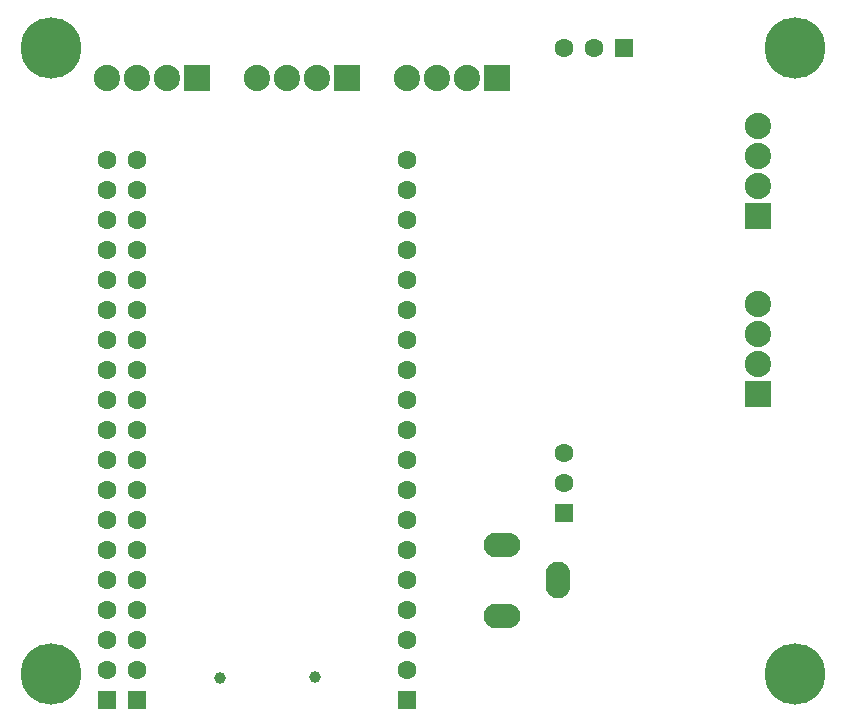
<source format=gbr>
G04 DipTrace Beta 4.1.9.0*
G04 BottomMask.gbr*
%MOIN*%
G04 #@! TF.FileFunction,Soldermask,Bot*
G04 #@! TF.Part,Single*
%ADD57C,0.03937*%
%ADD78C,0.08794*%
%ADD80R,0.08794X0.08794*%
%ADD92C,0.20394*%
%ADD98O,0.08268X0.12205*%
%ADD100O,0.12205X0.08268*%
%ADD102C,0.062995*%
%ADD104R,0.062995X0.062995*%
%FSLAX26Y26*%
G04*
G70*
G90*
G75*
G01*
G04 BotMask*
%LPD*%
D104*
X818700Y443700D3*
D102*
Y543700D3*
Y643700D3*
Y743700D3*
Y843700D3*
Y943700D3*
Y1043700D3*
Y1143700D3*
Y1243700D3*
Y1343700D3*
Y1443700D3*
Y1543700D3*
Y1643700D3*
Y1743700D3*
Y1843700D3*
Y1943700D3*
Y2043700D3*
Y2143700D3*
Y2243700D3*
D104*
X718700Y443700D3*
D102*
Y543700D3*
Y643700D3*
Y743700D3*
Y843700D3*
Y943700D3*
Y1043700D3*
Y1143700D3*
Y1243700D3*
Y1343700D3*
Y1443700D3*
Y1543700D3*
Y1643700D3*
Y1743700D3*
Y1843700D3*
Y1943700D3*
Y2043700D3*
Y2143700D3*
Y2243700D3*
D104*
X1718700Y443700D3*
D102*
Y543700D3*
Y643700D3*
Y743700D3*
Y843700D3*
Y943700D3*
Y1043700D3*
Y1143700D3*
Y1243700D3*
Y1343700D3*
Y1443700D3*
Y1543700D3*
Y1643700D3*
Y1743700D3*
Y1843700D3*
Y1943700D3*
Y2043700D3*
Y2143700D3*
Y2243700D3*
D104*
X2443700Y2618700D3*
D102*
X2343700D3*
X2243700D3*
D100*
X2036023Y961810D3*
Y725590D3*
D98*
X2221062Y843700D3*
D104*
X2243701Y1068700D3*
D102*
X2243697Y1168700D3*
X2243694Y1268700D3*
D92*
X531495Y531495D3*
Y2618109D3*
X3011810D3*
Y531495D3*
D57*
X1095839Y519478D3*
X1410799Y519483D3*
D80*
X2888700Y1463700D3*
D78*
Y1563700D3*
Y1663700D3*
Y1763700D3*
D80*
Y2058700D3*
D78*
Y2158700D3*
Y2258700D3*
Y2358700D3*
D80*
X1018700Y2518700D3*
D78*
X918700D3*
X818700D3*
X718700D3*
D80*
X1518700D3*
D78*
X1418700D3*
X1318700D3*
X1218700D3*
D80*
X2018700D3*
D78*
X1918700D3*
X1818700D3*
X1718700D3*
M02*

</source>
